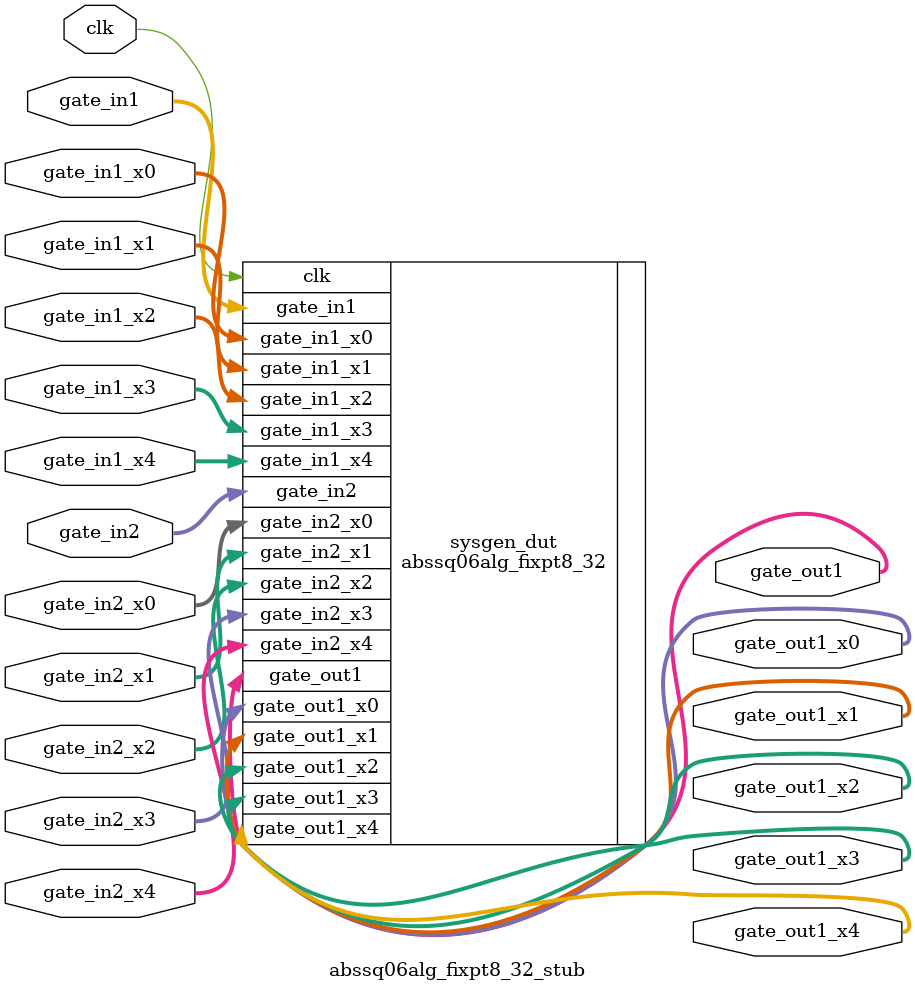
<source format=v>
`timescale 1 ns / 10 ps
module abssq06alg_fixpt8_32_stub (
  input [27-1:0] gate_in1_x4,
  input [27-1:0] gate_in2,
  input [28-1:0] gate_in1,
  input [28-1:0] gate_in2_x0,
  input [29-1:0] gate_in1_x0,
  input [29-1:0] gate_in2_x1,
  input [30-1:0] gate_in1_x1,
  input [30-1:0] gate_in2_x2,
  input [31-1:0] gate_in1_x2,
  input [31-1:0] gate_in2_x3,
  input [32-1:0] gate_in1_x3,
  input [32-1:0] gate_in2_x4,
  input clk,
  output [27-1:0] gate_out1_x0,
  output [28-1:0] gate_out1_x1,
  output [29-1:0] gate_out1_x2,
  output [30-1:0] gate_out1,
  output [31-1:0] gate_out1_x3,
  output [32-1:0] gate_out1_x4
);
  abssq06alg_fixpt8_32 sysgen_dut (
    .gate_in1_x4(gate_in1_x4),
    .gate_in2(gate_in2),
    .gate_in1(gate_in1),
    .gate_in2_x0(gate_in2_x0),
    .gate_in1_x0(gate_in1_x0),
    .gate_in2_x1(gate_in2_x1),
    .gate_in1_x1(gate_in1_x1),
    .gate_in2_x2(gate_in2_x2),
    .gate_in1_x2(gate_in1_x2),
    .gate_in2_x3(gate_in2_x3),
    .gate_in1_x3(gate_in1_x3),
    .gate_in2_x4(gate_in2_x4),
    .clk(clk),
    .gate_out1_x0(gate_out1_x0),
    .gate_out1_x1(gate_out1_x1),
    .gate_out1_x2(gate_out1_x2),
    .gate_out1(gate_out1),
    .gate_out1_x3(gate_out1_x3),
    .gate_out1_x4(gate_out1_x4)
  );
endmodule

</source>
